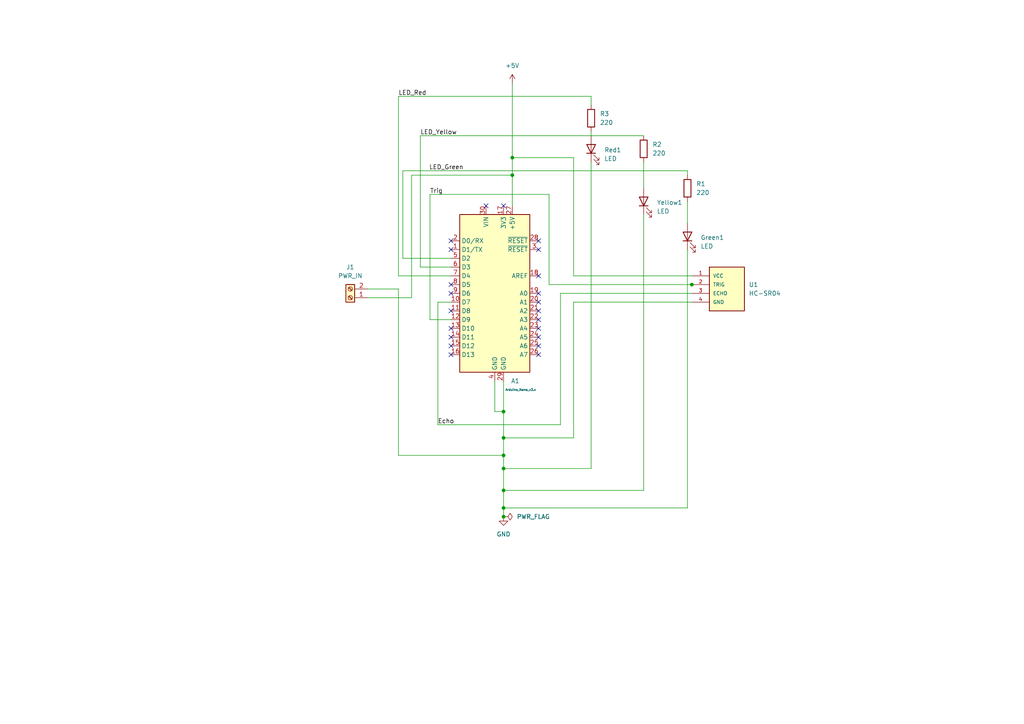
<source format=kicad_sch>
(kicad_sch
	(version 20250114)
	(generator "eeschema")
	(generator_version "9.0")
	(uuid "35329683-92a2-4917-9786-e7c4b1faf0a3")
	(paper "A4")
	(lib_symbols
		(symbol "Connector:Screw_Terminal_01x02"
			(pin_names
				(offset 1.016)
				(hide yes)
			)
			(exclude_from_sim no)
			(in_bom yes)
			(on_board yes)
			(property "Reference" "J1"
				(at 0 -8.89 0)
				(effects
					(font
						(size 1.27 1.27)
					)
				)
			)
			(property "Value" "PWR_IN"
				(at 0 -6.35 0)
				(effects
					(font
						(size 1.27 1.27)
					)
				)
			)
			(property "Footprint" ""
				(at 0 0 0)
				(effects
					(font
						(size 1.27 1.27)
					)
					(hide yes)
				)
			)
			(property "Datasheet" "~"
				(at 0 0 0)
				(effects
					(font
						(size 1.27 1.27)
					)
					(hide yes)
				)
			)
			(property "Description" "Generic screw terminal, single row, 01x02, script generated (kicad-library-utils/schlib/autogen/connector/)"
				(at 0 0 0)
				(effects
					(font
						(size 1.27 1.27)
					)
					(hide yes)
				)
			)
			(property "ki_keywords" "screw terminal"
				(at 0 0 0)
				(effects
					(font
						(size 1.27 1.27)
					)
					(hide yes)
				)
			)
			(property "ki_fp_filters" "TerminalBlock*:*"
				(at 0 0 0)
				(effects
					(font
						(size 1.27 1.27)
					)
					(hide yes)
				)
			)
			(symbol "Screw_Terminal_01x02_1_1"
				(rectangle
					(start -1.27 1.27)
					(end 1.27 -3.81)
					(stroke
						(width 0.254)
						(type default)
					)
					(fill
						(type background)
					)
				)
				(polyline
					(pts
						(xy -0.5334 0.3302) (xy 0.3302 -0.508)
					)
					(stroke
						(width 0.1524)
						(type default)
					)
					(fill
						(type none)
					)
				)
				(polyline
					(pts
						(xy -0.5334 -2.2098) (xy 0.3302 -3.048)
					)
					(stroke
						(width 0.1524)
						(type default)
					)
					(fill
						(type none)
					)
				)
				(polyline
					(pts
						(xy -0.3556 0.508) (xy 0.508 -0.3302)
					)
					(stroke
						(width 0.1524)
						(type default)
					)
					(fill
						(type none)
					)
				)
				(polyline
					(pts
						(xy -0.3556 -2.032) (xy 0.508 -2.8702)
					)
					(stroke
						(width 0.1524)
						(type default)
					)
					(fill
						(type none)
					)
				)
				(circle
					(center 0 0)
					(radius 0.635)
					(stroke
						(width 0.1524)
						(type default)
					)
					(fill
						(type none)
					)
				)
				(circle
					(center 0 -2.54)
					(radius 0.635)
					(stroke
						(width 0.1524)
						(type default)
					)
					(fill
						(type none)
					)
				)
				(pin power_in line
					(at -5.08 0 0)
					(length 3.81)
					(name "5V"
						(effects
							(font
								(size 1.27 1.27)
							)
						)
					)
					(number "1"
						(effects
							(font
								(size 1.27 1.27)
							)
						)
					)
				)
				(pin power_in line
					(at -5.08 -2.54 0)
					(length 3.81)
					(name "GND"
						(effects
							(font
								(size 1.27 1.27)
							)
						)
					)
					(number "2"
						(effects
							(font
								(size 1.27 1.27)
							)
						)
					)
				)
			)
			(embedded_fonts no)
		)
		(symbol "Device:LED"
			(pin_numbers
				(hide yes)
			)
			(pin_names
				(offset 1.016)
				(hide yes)
			)
			(exclude_from_sim no)
			(in_bom yes)
			(on_board yes)
			(property "Reference" "D"
				(at 0 2.54 0)
				(effects
					(font
						(size 1.27 1.27)
					)
				)
			)
			(property "Value" "LED"
				(at 0 -2.54 0)
				(effects
					(font
						(size 1.27 1.27)
					)
				)
			)
			(property "Footprint" ""
				(at 0 0 0)
				(effects
					(font
						(size 1.27 1.27)
					)
					(hide yes)
				)
			)
			(property "Datasheet" "~"
				(at 0 0 0)
				(effects
					(font
						(size 1.27 1.27)
					)
					(hide yes)
				)
			)
			(property "Description" "Light emitting diode"
				(at 0 0 0)
				(effects
					(font
						(size 1.27 1.27)
					)
					(hide yes)
				)
			)
			(property "Sim.Pins" "1=K 2=A"
				(at 0 0 0)
				(effects
					(font
						(size 1.27 1.27)
					)
					(hide yes)
				)
			)
			(property "ki_keywords" "LED diode"
				(at 0 0 0)
				(effects
					(font
						(size 1.27 1.27)
					)
					(hide yes)
				)
			)
			(property "ki_fp_filters" "LED* LED_SMD:* LED_THT:*"
				(at 0 0 0)
				(effects
					(font
						(size 1.27 1.27)
					)
					(hide yes)
				)
			)
			(symbol "LED_0_1"
				(polyline
					(pts
						(xy -3.048 -0.762) (xy -4.572 -2.286) (xy -3.81 -2.286) (xy -4.572 -2.286) (xy -4.572 -1.524)
					)
					(stroke
						(width 0)
						(type default)
					)
					(fill
						(type none)
					)
				)
				(polyline
					(pts
						(xy -1.778 -0.762) (xy -3.302 -2.286) (xy -2.54 -2.286) (xy -3.302 -2.286) (xy -3.302 -1.524)
					)
					(stroke
						(width 0)
						(type default)
					)
					(fill
						(type none)
					)
				)
				(polyline
					(pts
						(xy -1.27 0) (xy 1.27 0)
					)
					(stroke
						(width 0)
						(type default)
					)
					(fill
						(type none)
					)
				)
				(polyline
					(pts
						(xy -1.27 -1.27) (xy -1.27 1.27)
					)
					(stroke
						(width 0.254)
						(type default)
					)
					(fill
						(type none)
					)
				)
				(polyline
					(pts
						(xy 1.27 -1.27) (xy 1.27 1.27) (xy -1.27 0) (xy 1.27 -1.27)
					)
					(stroke
						(width 0.254)
						(type default)
					)
					(fill
						(type none)
					)
				)
			)
			(symbol "LED_1_1"
				(pin passive line
					(at -3.81 0 0)
					(length 2.54)
					(name "K"
						(effects
							(font
								(size 1.27 1.27)
							)
						)
					)
					(number "1"
						(effects
							(font
								(size 1.27 1.27)
							)
						)
					)
				)
				(pin passive line
					(at 3.81 0 180)
					(length 2.54)
					(name "A"
						(effects
							(font
								(size 1.27 1.27)
							)
						)
					)
					(number "2"
						(effects
							(font
								(size 1.27 1.27)
							)
						)
					)
				)
			)
			(embedded_fonts no)
		)
		(symbol "Device:R"
			(pin_numbers
				(hide yes)
			)
			(pin_names
				(offset 0)
			)
			(exclude_from_sim no)
			(in_bom yes)
			(on_board yes)
			(property "Reference" "R"
				(at 2.032 0 90)
				(effects
					(font
						(size 1.27 1.27)
					)
				)
			)
			(property "Value" "R"
				(at 0 0 90)
				(effects
					(font
						(size 1.27 1.27)
					)
				)
			)
			(property "Footprint" ""
				(at -1.778 0 90)
				(effects
					(font
						(size 1.27 1.27)
					)
					(hide yes)
				)
			)
			(property "Datasheet" "~"
				(at 0 0 0)
				(effects
					(font
						(size 1.27 1.27)
					)
					(hide yes)
				)
			)
			(property "Description" "Resistor"
				(at 0 0 0)
				(effects
					(font
						(size 1.27 1.27)
					)
					(hide yes)
				)
			)
			(property "ki_keywords" "R res resistor"
				(at 0 0 0)
				(effects
					(font
						(size 1.27 1.27)
					)
					(hide yes)
				)
			)
			(property "ki_fp_filters" "R_*"
				(at 0 0 0)
				(effects
					(font
						(size 1.27 1.27)
					)
					(hide yes)
				)
			)
			(symbol "R_0_1"
				(rectangle
					(start -1.016 -2.54)
					(end 1.016 2.54)
					(stroke
						(width 0.254)
						(type default)
					)
					(fill
						(type none)
					)
				)
			)
			(symbol "R_1_1"
				(pin passive line
					(at 0 3.81 270)
					(length 1.27)
					(name "~"
						(effects
							(font
								(size 1.27 1.27)
							)
						)
					)
					(number "1"
						(effects
							(font
								(size 1.27 1.27)
							)
						)
					)
				)
				(pin passive line
					(at 0 -3.81 90)
					(length 1.27)
					(name "~"
						(effects
							(font
								(size 1.27 1.27)
							)
						)
					)
					(number "2"
						(effects
							(font
								(size 1.27 1.27)
							)
						)
					)
				)
			)
			(embedded_fonts no)
		)
		(symbol "HC-SR04:HC-SR04"
			(pin_names
				(offset 1.016)
			)
			(exclude_from_sim no)
			(in_bom yes)
			(on_board yes)
			(property "Reference" "U"
				(at 0 5.0813 0)
				(effects
					(font
						(size 1.27 1.27)
					)
					(justify left bottom)
				)
			)
			(property "Value" "HC-SR04"
				(at 0 -10.163 0)
				(effects
					(font
						(size 1.27 1.27)
					)
					(justify left bottom)
				)
			)
			(property "Footprint" "HC-SR04:XCVR_HC-SR04"
				(at 0 0 0)
				(effects
					(font
						(size 1.27 1.27)
					)
					(justify bottom)
					(hide yes)
				)
			)
			(property "Datasheet" ""
				(at 0 0 0)
				(effects
					(font
						(size 1.27 1.27)
					)
					(hide yes)
				)
			)
			(property "Description" ""
				(at 0 0 0)
				(effects
					(font
						(size 1.27 1.27)
					)
					(hide yes)
				)
			)
			(property "MF" "SparkFun Electronics"
				(at 0 0 0)
				(effects
					(font
						(size 1.27 1.27)
					)
					(justify bottom)
					(hide yes)
				)
			)
			(property "Description_1" "HC-SR04 Ultrasonic Sensor Qwiic Platform Evaluation Expansion Board"
				(at 0 0 0)
				(effects
					(font
						(size 1.27 1.27)
					)
					(justify bottom)
					(hide yes)
				)
			)
			(property "Package" "None"
				(at 0 0 0)
				(effects
					(font
						(size 1.27 1.27)
					)
					(justify bottom)
					(hide yes)
				)
			)
			(property "Price" "None"
				(at 0 0 0)
				(effects
					(font
						(size 1.27 1.27)
					)
					(justify bottom)
					(hide yes)
				)
			)
			(property "Check_prices" "https://www.snapeda.com/parts/HC-SR04/SparkFun/view-part/?ref=eda"
				(at 0 0 0)
				(effects
					(font
						(size 1.27 1.27)
					)
					(justify bottom)
					(hide yes)
				)
			)
			(property "SnapEDA_Link" "https://www.snapeda.com/parts/HC-SR04/SparkFun/view-part/?ref=snap"
				(at 0 0 0)
				(effects
					(font
						(size 1.27 1.27)
					)
					(justify bottom)
					(hide yes)
				)
			)
			(property "MP" "HC-SR04"
				(at 0 0 0)
				(effects
					(font
						(size 1.27 1.27)
					)
					(justify bottom)
					(hide yes)
				)
			)
			(property "Availability" "Not in stock"
				(at 0 0 0)
				(effects
					(font
						(size 1.27 1.27)
					)
					(justify bottom)
					(hide yes)
				)
			)
			(property "MANUFACTURER" "Osepp"
				(at 0 0 0)
				(effects
					(font
						(size 1.27 1.27)
					)
					(justify bottom)
					(hide yes)
				)
			)
			(symbol "HC-SR04_0_0"
				(rectangle
					(start 0 -7.62)
					(end 10.16 5.08)
					(stroke
						(width 0.254)
						(type default)
					)
					(fill
						(type background)
					)
				)
				(pin power_in line
					(at -5.08 2.54 0)
					(length 5.08)
					(name "VCC"
						(effects
							(font
								(size 1.016 1.016)
							)
						)
					)
					(number "1"
						(effects
							(font
								(size 1.016 1.016)
							)
						)
					)
				)
				(pin bidirectional line
					(at -5.08 0 0)
					(length 5.08)
					(name "TRIG"
						(effects
							(font
								(size 1.016 1.016)
							)
						)
					)
					(number "2"
						(effects
							(font
								(size 1.016 1.016)
							)
						)
					)
				)
				(pin bidirectional line
					(at -5.08 -2.54 0)
					(length 5.08)
					(name "ECHO"
						(effects
							(font
								(size 1.016 1.016)
							)
						)
					)
					(number "3"
						(effects
							(font
								(size 1.016 1.016)
							)
						)
					)
				)
				(pin power_in line
					(at -5.08 -5.08 0)
					(length 5.08)
					(name "GND"
						(effects
							(font
								(size 1.016 1.016)
							)
						)
					)
					(number "4"
						(effects
							(font
								(size 1.016 1.016)
							)
						)
					)
				)
			)
			(embedded_fonts no)
		)
		(symbol "MCU_Module:Arduino_Nano_v2.x"
			(exclude_from_sim no)
			(in_bom yes)
			(on_board yes)
			(property "Reference" "A"
				(at -10.16 23.495 0)
				(effects
					(font
						(size 1.27 1.27)
					)
					(justify left bottom)
				)
			)
			(property "Value" "Arduino_Nano_v2.x"
				(at 5.08 -24.13 0)
				(effects
					(font
						(size 1.27 1.27)
					)
					(justify left top)
				)
			)
			(property "Footprint" "Module:Arduino_Nano"
				(at 0 0 0)
				(effects
					(font
						(size 1.27 1.27)
						(italic yes)
					)
					(hide yes)
				)
			)
			(property "Datasheet" "https://www.arduino.cc/en/uploads/Main/ArduinoNanoManual23.pdf"
				(at 0 0 0)
				(effects
					(font
						(size 1.27 1.27)
					)
					(hide yes)
				)
			)
			(property "Description" "Arduino Nano v2.x"
				(at 0 0 0)
				(effects
					(font
						(size 1.27 1.27)
					)
					(hide yes)
				)
			)
			(property "ki_keywords" "Arduino nano microcontroller module USB"
				(at 0 0 0)
				(effects
					(font
						(size 1.27 1.27)
					)
					(hide yes)
				)
			)
			(property "ki_fp_filters" "Arduino*Nano*"
				(at 0 0 0)
				(effects
					(font
						(size 1.27 1.27)
					)
					(hide yes)
				)
			)
			(symbol "Arduino_Nano_v2.x_0_1"
				(rectangle
					(start -10.16 22.86)
					(end 10.16 -22.86)
					(stroke
						(width 0.254)
						(type default)
					)
					(fill
						(type background)
					)
				)
			)
			(symbol "Arduino_Nano_v2.x_1_1"
				(pin bidirectional line
					(at -12.7 15.24 0)
					(length 2.54)
					(name "D0/RX"
						(effects
							(font
								(size 1.27 1.27)
							)
						)
					)
					(number "2"
						(effects
							(font
								(size 1.27 1.27)
							)
						)
					)
				)
				(pin bidirectional line
					(at -12.7 12.7 0)
					(length 2.54)
					(name "D1/TX"
						(effects
							(font
								(size 1.27 1.27)
							)
						)
					)
					(number "1"
						(effects
							(font
								(size 1.27 1.27)
							)
						)
					)
				)
				(pin bidirectional line
					(at -12.7 10.16 0)
					(length 2.54)
					(name "D2"
						(effects
							(font
								(size 1.27 1.27)
							)
						)
					)
					(number "5"
						(effects
							(font
								(size 1.27 1.27)
							)
						)
					)
				)
				(pin bidirectional line
					(at -12.7 7.62 0)
					(length 2.54)
					(name "D3"
						(effects
							(font
								(size 1.27 1.27)
							)
						)
					)
					(number "6"
						(effects
							(font
								(size 1.27 1.27)
							)
						)
					)
				)
				(pin bidirectional line
					(at -12.7 5.08 0)
					(length 2.54)
					(name "D4"
						(effects
							(font
								(size 1.27 1.27)
							)
						)
					)
					(number "7"
						(effects
							(font
								(size 1.27 1.27)
							)
						)
					)
				)
				(pin bidirectional line
					(at -12.7 2.54 0)
					(length 2.54)
					(name "D5"
						(effects
							(font
								(size 1.27 1.27)
							)
						)
					)
					(number "8"
						(effects
							(font
								(size 1.27 1.27)
							)
						)
					)
				)
				(pin bidirectional line
					(at -12.7 0 0)
					(length 2.54)
					(name "D6"
						(effects
							(font
								(size 1.27 1.27)
							)
						)
					)
					(number "9"
						(effects
							(font
								(size 1.27 1.27)
							)
						)
					)
				)
				(pin bidirectional line
					(at -12.7 -2.54 0)
					(length 2.54)
					(name "D7"
						(effects
							(font
								(size 1.27 1.27)
							)
						)
					)
					(number "10"
						(effects
							(font
								(size 1.27 1.27)
							)
						)
					)
				)
				(pin bidirectional line
					(at -12.7 -5.08 0)
					(length 2.54)
					(name "D8"
						(effects
							(font
								(size 1.27 1.27)
							)
						)
					)
					(number "11"
						(effects
							(font
								(size 1.27 1.27)
							)
						)
					)
				)
				(pin bidirectional line
					(at -12.7 -7.62 0)
					(length 2.54)
					(name "D9"
						(effects
							(font
								(size 1.27 1.27)
							)
						)
					)
					(number "12"
						(effects
							(font
								(size 1.27 1.27)
							)
						)
					)
				)
				(pin bidirectional line
					(at -12.7 -10.16 0)
					(length 2.54)
					(name "D10"
						(effects
							(font
								(size 1.27 1.27)
							)
						)
					)
					(number "13"
						(effects
							(font
								(size 1.27 1.27)
							)
						)
					)
				)
				(pin bidirectional line
					(at -12.7 -12.7 0)
					(length 2.54)
					(name "D11"
						(effects
							(font
								(size 1.27 1.27)
							)
						)
					)
					(number "14"
						(effects
							(font
								(size 1.27 1.27)
							)
						)
					)
				)
				(pin bidirectional line
					(at -12.7 -15.24 0)
					(length 2.54)
					(name "D12"
						(effects
							(font
								(size 1.27 1.27)
							)
						)
					)
					(number "15"
						(effects
							(font
								(size 1.27 1.27)
							)
						)
					)
				)
				(pin bidirectional line
					(at -12.7 -17.78 0)
					(length 2.54)
					(name "D13"
						(effects
							(font
								(size 1.27 1.27)
							)
						)
					)
					(number "16"
						(effects
							(font
								(size 1.27 1.27)
							)
						)
					)
				)
				(pin power_in line
					(at -2.54 25.4 270)
					(length 2.54)
					(name "VIN"
						(effects
							(font
								(size 1.27 1.27)
							)
						)
					)
					(number "30"
						(effects
							(font
								(size 1.27 1.27)
							)
						)
					)
				)
				(pin power_in line
					(at 0 -25.4 90)
					(length 2.54)
					(name "GND"
						(effects
							(font
								(size 1.27 1.27)
							)
						)
					)
					(number "4"
						(effects
							(font
								(size 1.27 1.27)
							)
						)
					)
				)
				(pin power_out line
					(at 2.54 25.4 270)
					(length 2.54)
					(name "3V3"
						(effects
							(font
								(size 1.27 1.27)
							)
						)
					)
					(number "17"
						(effects
							(font
								(size 1.27 1.27)
							)
						)
					)
				)
				(pin power_in line
					(at 2.54 -25.4 90)
					(length 2.54)
					(name "GND"
						(effects
							(font
								(size 1.27 1.27)
							)
						)
					)
					(number "29"
						(effects
							(font
								(size 1.27 1.27)
							)
						)
					)
				)
				(pin power_out line
					(at 5.08 25.4 270)
					(length 2.54)
					(name "+5V"
						(effects
							(font
								(size 1.27 1.27)
							)
						)
					)
					(number "27"
						(effects
							(font
								(size 1.27 1.27)
							)
						)
					)
				)
				(pin input line
					(at 12.7 15.24 180)
					(length 2.54)
					(name "~{RESET}"
						(effects
							(font
								(size 1.27 1.27)
							)
						)
					)
					(number "28"
						(effects
							(font
								(size 1.27 1.27)
							)
						)
					)
				)
				(pin input line
					(at 12.7 12.7 180)
					(length 2.54)
					(name "~{RESET}"
						(effects
							(font
								(size 1.27 1.27)
							)
						)
					)
					(number "3"
						(effects
							(font
								(size 1.27 1.27)
							)
						)
					)
				)
				(pin input line
					(at 12.7 5.08 180)
					(length 2.54)
					(name "AREF"
						(effects
							(font
								(size 1.27 1.27)
							)
						)
					)
					(number "18"
						(effects
							(font
								(size 1.27 1.27)
							)
						)
					)
				)
				(pin bidirectional line
					(at 12.7 0 180)
					(length 2.54)
					(name "A0"
						(effects
							(font
								(size 1.27 1.27)
							)
						)
					)
					(number "19"
						(effects
							(font
								(size 1.27 1.27)
							)
						)
					)
				)
				(pin bidirectional line
					(at 12.7 -2.54 180)
					(length 2.54)
					(name "A1"
						(effects
							(font
								(size 1.27 1.27)
							)
						)
					)
					(number "20"
						(effects
							(font
								(size 1.27 1.27)
							)
						)
					)
				)
				(pin bidirectional line
					(at 12.7 -5.08 180)
					(length 2.54)
					(name "A2"
						(effects
							(font
								(size 1.27 1.27)
							)
						)
					)
					(number "21"
						(effects
							(font
								(size 1.27 1.27)
							)
						)
					)
				)
				(pin bidirectional line
					(at 12.7 -7.62 180)
					(length 2.54)
					(name "A3"
						(effects
							(font
								(size 1.27 1.27)
							)
						)
					)
					(number "22"
						(effects
							(font
								(size 1.27 1.27)
							)
						)
					)
				)
				(pin bidirectional line
					(at 12.7 -10.16 180)
					(length 2.54)
					(name "A4"
						(effects
							(font
								(size 1.27 1.27)
							)
						)
					)
					(number "23"
						(effects
							(font
								(size 1.27 1.27)
							)
						)
					)
				)
				(pin bidirectional line
					(at 12.7 -12.7 180)
					(length 2.54)
					(name "A5"
						(effects
							(font
								(size 1.27 1.27)
							)
						)
					)
					(number "24"
						(effects
							(font
								(size 1.27 1.27)
							)
						)
					)
				)
				(pin bidirectional line
					(at 12.7 -15.24 180)
					(length 2.54)
					(name "A6"
						(effects
							(font
								(size 1.27 1.27)
							)
						)
					)
					(number "25"
						(effects
							(font
								(size 1.27 1.27)
							)
						)
					)
				)
				(pin bidirectional line
					(at 12.7 -17.78 180)
					(length 2.54)
					(name "A7"
						(effects
							(font
								(size 1.27 1.27)
							)
						)
					)
					(number "26"
						(effects
							(font
								(size 1.27 1.27)
							)
						)
					)
				)
			)
			(embedded_fonts no)
		)
		(symbol "power:+5V"
			(power)
			(pin_numbers
				(hide yes)
			)
			(pin_names
				(offset 0)
				(hide yes)
			)
			(exclude_from_sim no)
			(in_bom yes)
			(on_board yes)
			(property "Reference" "#PWR"
				(at 0 -3.81 0)
				(effects
					(font
						(size 1.27 1.27)
					)
					(hide yes)
				)
			)
			(property "Value" "+5V"
				(at 0 3.556 0)
				(effects
					(font
						(size 1.27 1.27)
					)
				)
			)
			(property "Footprint" ""
				(at 0 0 0)
				(effects
					(font
						(size 1.27 1.27)
					)
					(hide yes)
				)
			)
			(property "Datasheet" ""
				(at 0 0 0)
				(effects
					(font
						(size 1.27 1.27)
					)
					(hide yes)
				)
			)
			(property "Description" "Power symbol creates a global label with name \"+5V\""
				(at 0 0 0)
				(effects
					(font
						(size 1.27 1.27)
					)
					(hide yes)
				)
			)
			(property "ki_keywords" "global power"
				(at 0 0 0)
				(effects
					(font
						(size 1.27 1.27)
					)
					(hide yes)
				)
			)
			(symbol "+5V_0_1"
				(polyline
					(pts
						(xy -0.762 1.27) (xy 0 2.54)
					)
					(stroke
						(width 0)
						(type default)
					)
					(fill
						(type none)
					)
				)
				(polyline
					(pts
						(xy 0 2.54) (xy 0.762 1.27)
					)
					(stroke
						(width 0)
						(type default)
					)
					(fill
						(type none)
					)
				)
				(polyline
					(pts
						(xy 0 0) (xy 0 2.54)
					)
					(stroke
						(width 0)
						(type default)
					)
					(fill
						(type none)
					)
				)
			)
			(symbol "+5V_1_1"
				(pin power_in line
					(at 0 0 90)
					(length 0)
					(name "~"
						(effects
							(font
								(size 1.27 1.27)
							)
						)
					)
					(number "1"
						(effects
							(font
								(size 1.27 1.27)
							)
						)
					)
				)
			)
			(embedded_fonts no)
		)
		(symbol "power:GND"
			(power)
			(pin_numbers
				(hide yes)
			)
			(pin_names
				(offset 0)
				(hide yes)
			)
			(exclude_from_sim no)
			(in_bom yes)
			(on_board yes)
			(property "Reference" "#PWR"
				(at 0 -6.35 0)
				(effects
					(font
						(size 1.27 1.27)
					)
					(hide yes)
				)
			)
			(property "Value" "GND"
				(at 0 -3.81 0)
				(effects
					(font
						(size 1.27 1.27)
					)
				)
			)
			(property "Footprint" ""
				(at 0 0 0)
				(effects
					(font
						(size 1.27 1.27)
					)
					(hide yes)
				)
			)
			(property "Datasheet" ""
				(at 0 0 0)
				(effects
					(font
						(size 1.27 1.27)
					)
					(hide yes)
				)
			)
			(property "Description" "Power symbol creates a global label with name \"GND\" , ground"
				(at 0 0 0)
				(effects
					(font
						(size 1.27 1.27)
					)
					(hide yes)
				)
			)
			(property "ki_keywords" "global power"
				(at 0 0 0)
				(effects
					(font
						(size 1.27 1.27)
					)
					(hide yes)
				)
			)
			(symbol "GND_0_1"
				(polyline
					(pts
						(xy 0 0) (xy 0 -1.27) (xy 1.27 -1.27) (xy 0 -2.54) (xy -1.27 -1.27) (xy 0 -1.27)
					)
					(stroke
						(width 0)
						(type default)
					)
					(fill
						(type none)
					)
				)
			)
			(symbol "GND_1_1"
				(pin power_in line
					(at 0 0 270)
					(length 0)
					(name "~"
						(effects
							(font
								(size 1.27 1.27)
							)
						)
					)
					(number "1"
						(effects
							(font
								(size 1.27 1.27)
							)
						)
					)
				)
			)
			(embedded_fonts no)
		)
		(symbol "power:PWR_FLAG"
			(power)
			(pin_numbers
				(hide yes)
			)
			(pin_names
				(offset 0)
				(hide yes)
			)
			(exclude_from_sim no)
			(in_bom yes)
			(on_board yes)
			(property "Reference" "#FLG"
				(at 0 1.905 0)
				(effects
					(font
						(size 1.27 1.27)
					)
					(hide yes)
				)
			)
			(property "Value" "PWR_FLAG"
				(at 0 3.81 0)
				(effects
					(font
						(size 1.27 1.27)
					)
				)
			)
			(property "Footprint" ""
				(at 0 0 0)
				(effects
					(font
						(size 1.27 1.27)
					)
					(hide yes)
				)
			)
			(property "Datasheet" "~"
				(at 0 0 0)
				(effects
					(font
						(size 1.27 1.27)
					)
					(hide yes)
				)
			)
			(property "Description" "Special symbol for telling ERC where power comes from"
				(at 0 0 0)
				(effects
					(font
						(size 1.27 1.27)
					)
					(hide yes)
				)
			)
			(property "ki_keywords" "flag power"
				(at 0 0 0)
				(effects
					(font
						(size 1.27 1.27)
					)
					(hide yes)
				)
			)
			(symbol "PWR_FLAG_0_0"
				(pin power_out line
					(at 0 0 90)
					(length 0)
					(name "~"
						(effects
							(font
								(size 1.27 1.27)
							)
						)
					)
					(number "1"
						(effects
							(font
								(size 1.27 1.27)
							)
						)
					)
				)
			)
			(symbol "PWR_FLAG_0_1"
				(polyline
					(pts
						(xy 0 0) (xy 0 1.27) (xy -1.016 1.905) (xy 0 2.54) (xy 1.016 1.905) (xy 0 1.27)
					)
					(stroke
						(width 0)
						(type default)
					)
					(fill
						(type none)
					)
				)
			)
			(embedded_fonts no)
		)
	)
	(junction
		(at 146.05 127)
		(diameter 0)
		(color 0 0 0 0)
		(uuid "209e4ed9-548a-4e91-964b-ee347f953241")
	)
	(junction
		(at 148.59 50.8)
		(diameter 0)
		(color 0 0 0 0)
		(uuid "26150148-e74c-4148-ab03-c56dfe551cb3")
	)
	(junction
		(at 200.66 82.55)
		(diameter 0)
		(color 0 0 0 0)
		(uuid "393d2094-e255-4ec2-9ece-8111f692862b")
	)
	(junction
		(at 146.05 132.08)
		(diameter 0)
		(color 0 0 0 0)
		(uuid "4ca373db-6dea-4e15-9657-146a58e1b9ca")
	)
	(junction
		(at 148.59 45.72)
		(diameter 0)
		(color 0 0 0 0)
		(uuid "69ce8286-9bc8-4d0e-8476-09f6f37dfc79")
	)
	(junction
		(at 146.05 135.89)
		(diameter 0)
		(color 0 0 0 0)
		(uuid "a5be406d-20e8-4655-8b6e-2ae48b364fdf")
	)
	(junction
		(at 146.05 147.32)
		(diameter 0)
		(color 0 0 0 0)
		(uuid "a96be959-5b6a-4524-89fc-46afce01d695")
	)
	(junction
		(at 146.05 142.24)
		(diameter 0)
		(color 0 0 0 0)
		(uuid "aa082f6b-b9b3-4a24-af7e-ad55c49d5bfe")
	)
	(junction
		(at 146.05 119.38)
		(diameter 0)
		(color 0 0 0 0)
		(uuid "c84b6633-2162-4851-95dd-5602bfcc13cc")
	)
	(junction
		(at 146.05 149.86)
		(diameter 0)
		(color 0 0 0 0)
		(uuid "d0e418b6-a92a-48cf-8b22-293d31db54b0")
	)
	(no_connect
		(at 156.21 97.79)
		(uuid "043466f3-1dce-4d74-9fd4-40065db89bfd")
	)
	(no_connect
		(at 140.97 59.69)
		(uuid "0ac27028-ffd8-4c76-9088-c3b86cf19098")
	)
	(no_connect
		(at 156.21 92.71)
		(uuid "1b51628f-2e6b-4337-b802-fa98de87feb0")
	)
	(no_connect
		(at 156.21 100.33)
		(uuid "246be3df-176c-4e08-9dbf-64a541e350b4")
	)
	(no_connect
		(at 130.81 95.25)
		(uuid "3aba430d-c9ee-4f31-a1bb-e0cdcee4ac93")
	)
	(no_connect
		(at 146.05 59.69)
		(uuid "3ba3b880-fe0e-4bb5-b5dc-df77a26dcc79")
	)
	(no_connect
		(at 156.21 90.17)
		(uuid "4d984a65-06d9-4d55-908d-f49106f5f1a5")
	)
	(no_connect
		(at 156.21 72.39)
		(uuid "5ef80edb-37c5-4fa0-ad9f-268b1e8a4eb0")
	)
	(no_connect
		(at 130.81 82.55)
		(uuid "607fc637-e303-4bcf-991f-742862e8d5d7")
	)
	(no_connect
		(at 156.21 102.87)
		(uuid "7df5adf4-7121-4751-9946-c4ace44eaed3")
	)
	(no_connect
		(at 130.81 72.39)
		(uuid "7e81bba9-4e1a-4dbd-b33f-a060a436bbff")
	)
	(no_connect
		(at 156.21 95.25)
		(uuid "83efe7b2-4708-48e9-8676-b4ab853ecd7c")
	)
	(no_connect
		(at 130.81 85.09)
		(uuid "85712c3c-2b61-415b-8433-1251b8d791e3")
	)
	(no_connect
		(at 130.81 97.79)
		(uuid "873c3690-88d8-4fdd-a1d9-cff076d40973")
	)
	(no_connect
		(at 130.81 90.17)
		(uuid "9469eeb4-b9ec-4f22-9301-3271d6bcd0b3")
	)
	(no_connect
		(at 130.81 69.85)
		(uuid "9b0d9b47-f934-401a-a83b-987047f98df1")
	)
	(no_connect
		(at 156.21 85.09)
		(uuid "be9ee7cc-6cfa-4d16-85d0-bf07d748a2b0")
	)
	(no_connect
		(at 156.21 80.01)
		(uuid "c03ca7af-1f9d-4591-8754-f5b1325d08b3")
	)
	(no_connect
		(at 156.21 87.63)
		(uuid "cb4b0bfc-c7e3-4d27-aa51-aa729f42c3c6")
	)
	(no_connect
		(at 156.21 69.85)
		(uuid "da3d50a5-96d1-482b-b645-f89ea99bd8f9")
	)
	(no_connect
		(at 130.81 102.87)
		(uuid "e025c88f-1be2-431f-830a-847b82482a36")
	)
	(no_connect
		(at 130.81 100.33)
		(uuid "f0bf24b8-da8a-41d1-a7cc-a80ea984717c")
	)
	(wire
		(pts
			(xy 159.258 82.55) (xy 159.258 56.388)
		)
		(stroke
			(width 0)
			(type default)
		)
		(uuid "00d8d3d6-db75-4b90-a9a8-ed2352d16e69")
	)
	(wire
		(pts
			(xy 171.45 46.99) (xy 171.45 135.89)
		)
		(stroke
			(width 0)
			(type default)
		)
		(uuid "01233433-1960-42a9-8a26-570f26d0562f")
	)
	(wire
		(pts
			(xy 166.37 87.63) (xy 200.66 87.63)
		)
		(stroke
			(width 0)
			(type default)
		)
		(uuid "05f470ab-d25f-49d8-b597-63b6f7689ea9")
	)
	(wire
		(pts
			(xy 115.57 27.94) (xy 115.57 80.01)
		)
		(stroke
			(width 0)
			(type default)
		)
		(uuid "0b5432cd-e0af-4a90-a706-e226615e3494")
	)
	(wire
		(pts
			(xy 116.84 49.53) (xy 199.39 49.53)
		)
		(stroke
			(width 0)
			(type default)
		)
		(uuid "0cab411e-9623-4aec-a6c4-4fff9648c0de")
	)
	(wire
		(pts
			(xy 106.68 83.82) (xy 115.57 83.82)
		)
		(stroke
			(width 0)
			(type default)
		)
		(uuid "106fb0fb-ec64-4f6d-a327-e06f9080528f")
	)
	(wire
		(pts
			(xy 148.59 50.8) (xy 148.59 59.69)
		)
		(stroke
			(width 0)
			(type default)
		)
		(uuid "10c27b5f-6ef4-4b57-bc59-4def5c1efa7a")
	)
	(wire
		(pts
			(xy 146.05 132.08) (xy 146.05 135.89)
		)
		(stroke
			(width 0)
			(type default)
		)
		(uuid "1442b187-436c-419d-a49b-90fb3b77fd0b")
	)
	(wire
		(pts
			(xy 162.56 123.19) (xy 127 123.19)
		)
		(stroke
			(width 0)
			(type default)
		)
		(uuid "14bd17c1-13d6-45f5-9c25-6eedfd669972")
	)
	(wire
		(pts
			(xy 186.69 46.99) (xy 186.69 54.61)
		)
		(stroke
			(width 0)
			(type default)
		)
		(uuid "180eb512-d521-4e51-aadf-c957d817ff14")
	)
	(wire
		(pts
			(xy 115.57 80.01) (xy 130.81 80.01)
		)
		(stroke
			(width 0)
			(type default)
		)
		(uuid "1824de44-59bf-4200-9469-8563932c3691")
	)
	(wire
		(pts
			(xy 148.59 24.13) (xy 148.59 45.72)
		)
		(stroke
			(width 0)
			(type default)
		)
		(uuid "1ada81d8-4023-4c13-b4a1-363e566b31ab")
	)
	(wire
		(pts
			(xy 121.92 39.37) (xy 121.92 77.47)
		)
		(stroke
			(width 0)
			(type default)
		)
		(uuid "1cfc57fd-0a42-424a-bb90-1542787e2fb1")
	)
	(wire
		(pts
			(xy 119.38 86.36) (xy 119.38 50.8)
		)
		(stroke
			(width 0)
			(type default)
		)
		(uuid "1db13c10-1ef2-4baf-8b33-69180383dd08")
	)
	(wire
		(pts
			(xy 199.39 147.32) (xy 146.05 147.32)
		)
		(stroke
			(width 0)
			(type default)
		)
		(uuid "1e202fd6-467f-45a8-98a7-245b0c035db3")
	)
	(wire
		(pts
			(xy 116.84 74.93) (xy 130.81 74.93)
		)
		(stroke
			(width 0)
			(type default)
		)
		(uuid "27fd4ad9-ff74-4198-96c6-5ed3a26e6503")
	)
	(wire
		(pts
			(xy 127 87.63) (xy 130.81 87.63)
		)
		(stroke
			(width 0)
			(type default)
		)
		(uuid "2ec4a324-36cd-4a80-ae58-eb9f9a245cd1")
	)
	(wire
		(pts
			(xy 115.57 83.82) (xy 115.57 132.08)
		)
		(stroke
			(width 0)
			(type default)
		)
		(uuid "30b7e961-e2d1-419f-be8b-2dd879fd22b7")
	)
	(wire
		(pts
			(xy 146.05 142.24) (xy 146.05 147.32)
		)
		(stroke
			(width 0)
			(type default)
		)
		(uuid "326826eb-8f11-42ab-885c-ce5b2ce5516f")
	)
	(wire
		(pts
			(xy 186.69 62.23) (xy 186.69 142.24)
		)
		(stroke
			(width 0)
			(type default)
		)
		(uuid "34351a26-fb6d-487d-b044-ef20690a8f46")
	)
	(wire
		(pts
			(xy 146.05 119.38) (xy 146.05 127)
		)
		(stroke
			(width 0)
			(type default)
		)
		(uuid "36b8dc7f-3003-41b7-b604-12a331aa9122")
	)
	(wire
		(pts
			(xy 200.66 82.55) (xy 159.258 82.55)
		)
		(stroke
			(width 0)
			(type default)
		)
		(uuid "370c6cbc-2e53-47e8-b0fb-234014939bf1")
	)
	(wire
		(pts
			(xy 124.714 92.71) (xy 130.81 92.71)
		)
		(stroke
			(width 0)
			(type default)
		)
		(uuid "37e9a23c-0a58-4ed3-836d-3a08b4ebaf86")
	)
	(wire
		(pts
			(xy 159.258 56.388) (xy 124.714 56.388)
		)
		(stroke
			(width 0)
			(type default)
		)
		(uuid "384425c3-56ce-4a67-bfae-5307efc32a26")
	)
	(wire
		(pts
			(xy 146.05 147.32) (xy 146.05 149.86)
		)
		(stroke
			(width 0)
			(type default)
		)
		(uuid "456f15d1-b5b5-4714-bfca-167822b21311")
	)
	(wire
		(pts
			(xy 171.45 38.1) (xy 171.45 39.37)
		)
		(stroke
			(width 0)
			(type default)
		)
		(uuid "470ab7bb-2b63-4455-858f-e5cdd95f74d7")
	)
	(wire
		(pts
			(xy 106.68 86.36) (xy 119.38 86.36)
		)
		(stroke
			(width 0)
			(type default)
		)
		(uuid "487c8f78-e93d-42e8-8baf-fb3ed1616fa2")
	)
	(wire
		(pts
			(xy 124.714 56.388) (xy 124.714 92.71)
		)
		(stroke
			(width 0)
			(type default)
		)
		(uuid "504aba73-a38a-4d60-94c0-70a342f989bc")
	)
	(wire
		(pts
			(xy 162.56 85.09) (xy 162.56 123.19)
		)
		(stroke
			(width 0)
			(type default)
		)
		(uuid "53ee2290-fec2-4a92-a725-4b9e3df7ac12")
	)
	(wire
		(pts
			(xy 119.38 50.8) (xy 148.59 50.8)
		)
		(stroke
			(width 0)
			(type default)
		)
		(uuid "5805287f-05d6-4a22-9310-b5afa0ad7861")
	)
	(wire
		(pts
			(xy 146.05 127) (xy 146.05 132.08)
		)
		(stroke
			(width 0)
			(type default)
		)
		(uuid "634a451a-090d-4fca-81f0-64a544996598")
	)
	(wire
		(pts
			(xy 146.05 127) (xy 166.37 127)
		)
		(stroke
			(width 0)
			(type default)
		)
		(uuid "695068cb-59b1-4b63-a5be-13a49881d26f")
	)
	(wire
		(pts
			(xy 121.92 39.37) (xy 186.69 39.37)
		)
		(stroke
			(width 0)
			(type default)
		)
		(uuid "6db0e9c2-b515-45f4-a593-be4b90767dea")
	)
	(wire
		(pts
			(xy 143.51 119.38) (xy 146.05 119.38)
		)
		(stroke
			(width 0)
			(type default)
		)
		(uuid "744fae91-0b18-437b-899e-915f9029d5c2")
	)
	(wire
		(pts
			(xy 171.45 135.89) (xy 146.05 135.89)
		)
		(stroke
			(width 0)
			(type default)
		)
		(uuid "773156f0-e34c-422d-8420-f13c58a6e56c")
	)
	(wire
		(pts
			(xy 199.39 50.8) (xy 199.39 49.53)
		)
		(stroke
			(width 0)
			(type default)
		)
		(uuid "7c2ce2ee-1b59-4acf-bfcd-7d2acef27657")
	)
	(wire
		(pts
			(xy 200.914 82.55) (xy 200.66 82.55)
		)
		(stroke
			(width 0)
			(type default)
		)
		(uuid "8dfb13a7-25b5-4f5c-a08f-55d71baca1b7")
	)
	(wire
		(pts
			(xy 146.05 135.89) (xy 146.05 142.24)
		)
		(stroke
			(width 0)
			(type default)
		)
		(uuid "90f9a0ee-d953-483a-976a-59042ed2b100")
	)
	(wire
		(pts
			(xy 199.39 72.39) (xy 199.39 147.32)
		)
		(stroke
			(width 0)
			(type default)
		)
		(uuid "92c4954e-343d-43de-97d6-d34a21579f04")
	)
	(wire
		(pts
			(xy 199.39 58.42) (xy 199.39 64.77)
		)
		(stroke
			(width 0)
			(type default)
		)
		(uuid "950ff56c-cee8-4bce-b3b2-3b291dac159a")
	)
	(wire
		(pts
			(xy 121.92 77.47) (xy 130.81 77.47)
		)
		(stroke
			(width 0)
			(type default)
		)
		(uuid "97cc8971-aae1-4f2e-a5f6-ece8cadcc6f3")
	)
	(wire
		(pts
			(xy 171.45 27.94) (xy 115.57 27.94)
		)
		(stroke
			(width 0)
			(type default)
		)
		(uuid "9bfb00d5-0e08-4a0d-98d8-120cc1840540")
	)
	(wire
		(pts
			(xy 166.37 45.72) (xy 148.59 45.72)
		)
		(stroke
			(width 0)
			(type default)
		)
		(uuid "9d4271de-dc14-4eb3-ab53-d6a898dbe44f")
	)
	(wire
		(pts
			(xy 162.56 85.09) (xy 200.66 85.09)
		)
		(stroke
			(width 0)
			(type default)
		)
		(uuid "a6038d22-0036-4567-a223-8709302f29f0")
	)
	(wire
		(pts
			(xy 127 87.63) (xy 127 123.19)
		)
		(stroke
			(width 0)
			(type default)
		)
		(uuid "b31c18d9-e8a6-488b-b6a3-d94e0c075feb")
	)
	(wire
		(pts
			(xy 166.37 80.01) (xy 166.37 45.72)
		)
		(stroke
			(width 0)
			(type default)
		)
		(uuid "b6ea7b81-a889-4361-928e-44fbe7c6f3da")
	)
	(wire
		(pts
			(xy 148.59 45.72) (xy 148.59 50.8)
		)
		(stroke
			(width 0)
			(type default)
		)
		(uuid "c23d72b0-531a-4b99-8d52-1c856fb736a0")
	)
	(wire
		(pts
			(xy 143.51 110.49) (xy 143.51 119.38)
		)
		(stroke
			(width 0)
			(type default)
		)
		(uuid "c8b08a71-7186-4627-a56b-ee82904ff382")
	)
	(wire
		(pts
			(xy 146.05 110.49) (xy 146.05 119.38)
		)
		(stroke
			(width 0)
			(type default)
		)
		(uuid "cd859865-fc27-4d08-aa70-8f56f4185d0e")
	)
	(wire
		(pts
			(xy 115.57 132.08) (xy 146.05 132.08)
		)
		(stroke
			(width 0)
			(type default)
		)
		(uuid "d150d69a-294e-4ef8-b4f3-578ad0309ff1")
	)
	(wire
		(pts
			(xy 166.37 80.01) (xy 200.66 80.01)
		)
		(stroke
			(width 0)
			(type default)
		)
		(uuid "d1b634b5-5e8e-46e6-beab-bbcaf4aebda0")
	)
	(wire
		(pts
			(xy 186.69 142.24) (xy 146.05 142.24)
		)
		(stroke
			(width 0)
			(type default)
		)
		(uuid "d50a24b8-c76a-4f19-9e2f-18ca21edc151")
	)
	(wire
		(pts
			(xy 166.37 87.63) (xy 166.37 127)
		)
		(stroke
			(width 0)
			(type default)
		)
		(uuid "e3524bd6-0c27-443c-8d52-ac68faa1728e")
	)
	(wire
		(pts
			(xy 171.45 27.94) (xy 171.45 30.48)
		)
		(stroke
			(width 0)
			(type default)
		)
		(uuid "eda47087-8419-4f90-b255-fbacedcbd6cf")
	)
	(wire
		(pts
			(xy 116.84 49.53) (xy 116.84 74.93)
		)
		(stroke
			(width 0)
			(type default)
		)
		(uuid "f73f265b-78fb-4895-91f7-60a381f28f8d")
	)
	(label "LED_Yellow"
		(at 121.92 39.37 0)
		(effects
			(font
				(size 1.27 1.27)
			)
			(justify left bottom)
		)
		(uuid "2e58aea8-4d1e-40fe-8a73-91a2359049ef")
	)
	(label "LED_Green"
		(at 124.46 49.53 0)
		(effects
			(font
				(size 1.27 1.27)
			)
			(justify left bottom)
		)
		(uuid "359b0802-2045-4264-b1f0-ea00b283b12e")
	)
	(label "Trig"
		(at 124.714 56.388 0)
		(effects
			(font
				(size 1.27 1.27)
			)
			(justify left bottom)
		)
		(uuid "8f686ab6-67dc-462a-bb4f-c8be641d830e")
	)
	(label "Echo"
		(at 127 123.19 0)
		(effects
			(font
				(size 1.27 1.27)
			)
			(justify left bottom)
		)
		(uuid "ae5bd5b2-62b7-4cf9-aa5a-9b86b12bbd28")
	)
	(label "LED_Red"
		(at 115.57 27.94 0)
		(effects
			(font
				(size 1.27 1.27)
			)
			(justify left bottom)
		)
		(uuid "f3ed6979-d6f5-4d0d-8ec8-170ea1af6aaf")
	)
	(symbol
		(lib_id "Device:LED")
		(at 186.69 58.42 90)
		(unit 1)
		(exclude_from_sim no)
		(in_bom yes)
		(on_board yes)
		(dnp no)
		(fields_autoplaced yes)
		(uuid "1ff3d11b-d364-4608-9967-05081d93ccc6")
		(property "Reference" "Yellow1"
			(at 190.5 58.7374 90)
			(effects
				(font
					(size 1.27 1.27)
				)
				(justify right)
			)
		)
		(property "Value" "LED"
			(at 190.5 61.2774 90)
			(effects
				(font
					(size 1.27 1.27)
				)
				(justify right)
			)
		)
		(property "Footprint" "LED_THT:LED_D5.0mm"
			(at 186.69 58.42 0)
			(effects
				(font
					(size 1.27 1.27)
				)
				(hide yes)
			)
		)
		(property "Datasheet" "~"
			(at 186.69 58.42 0)
			(effects
				(font
					(size 1.27 1.27)
				)
				(hide yes)
			)
		)
		(property "Description" "Light emitting diode"
			(at 186.69 58.42 0)
			(effects
				(font
					(size 1.27 1.27)
				)
				(hide yes)
			)
		)
		(property "Sim.Pins" "1=K 2=A"
			(at 186.69 58.42 0)
			(effects
				(font
					(size 1.27 1.27)
				)
				(hide yes)
			)
		)
		(pin "2"
			(uuid "6a8baffc-7055-45bc-b419-6470fde63ba3")
		)
		(pin "1"
			(uuid "79d3c14c-a409-4804-8ac2-27d6bf89277f")
		)
		(instances
			(project "Obstacle Detection System"
				(path "/35329683-92a2-4917-9786-e7c4b1faf0a3"
					(reference "Yellow1")
					(unit 1)
				)
			)
		)
	)
	(symbol
		(lib_id "Device:R")
		(at 171.45 34.29 0)
		(unit 1)
		(exclude_from_sim no)
		(in_bom yes)
		(on_board yes)
		(dnp no)
		(fields_autoplaced yes)
		(uuid "221bd6da-f128-495f-b948-6e188c686bab")
		(property "Reference" "R3"
			(at 173.99 33.0199 0)
			(effects
				(font
					(size 1.27 1.27)
				)
				(justify left)
			)
		)
		(property "Value" "220"
			(at 173.99 35.5599 0)
			(effects
				(font
					(size 1.27 1.27)
				)
				(justify left)
			)
		)
		(property "Footprint" "Resistor_THT:R_Axial_DIN0207_L6.3mm_D2.5mm_P7.62mm_Horizontal"
			(at 169.672 34.29 90)
			(effects
				(font
					(size 1.27 1.27)
				)
				(hide yes)
			)
		)
		(property "Datasheet" "~"
			(at 171.45 34.29 0)
			(effects
				(font
					(size 1.27 1.27)
				)
				(hide yes)
			)
		)
		(property "Description" "Resistor"
			(at 171.45 34.29 0)
			(effects
				(font
					(size 1.27 1.27)
				)
				(hide yes)
			)
		)
		(pin "2"
			(uuid "10d17818-88fd-413a-9e81-c60c3600897d")
		)
		(pin "1"
			(uuid "8987c5c5-b77e-4ff8-9553-192ff6b51b5b")
		)
		(instances
			(project ""
				(path "/35329683-92a2-4917-9786-e7c4b1faf0a3"
					(reference "R3")
					(unit 1)
				)
			)
		)
	)
	(symbol
		(lib_id "MCU_Module:Arduino_Nano_v2.x")
		(at 143.51 85.09 0)
		(unit 1)
		(exclude_from_sim no)
		(in_bom yes)
		(on_board yes)
		(dnp no)
		(uuid "4038ba97-86e3-48a8-8d61-603e620b21fe")
		(property "Reference" "A1"
			(at 148.1933 110.49 0)
			(effects
				(font
					(size 1.27 1.27)
				)
				(justify left)
			)
		)
		(property "Value" "Arduino_Nano_v2.x"
			(at 146.558 113.03 0)
			(effects
				(font
					(size 0.635 0.635)
				)
				(justify left)
			)
		)
		(property "Footprint" "Module:Arduino_Nano"
			(at 143.51 85.09 0)
			(effects
				(font
					(size 1.27 1.27)
					(italic yes)
				)
				(hide yes)
			)
		)
		(property "Datasheet" "https://www.arduino.cc/en/uploads/Main/ArduinoNanoManual23.pdf"
			(at 143.51 85.09 0)
			(effects
				(font
					(size 1.27 1.27)
				)
				(hide yes)
			)
		)
		(property "Description" "Arduino Nano v2.x"
			(at 143.51 85.09 0)
			(effects
				(font
					(size 1.27 1.27)
				)
				(hide yes)
			)
		)
		(pin "15"
			(uuid "ff7e4afa-8b47-4054-8716-3597a0ecaf24")
		)
		(pin "27"
			(uuid "86dd7f16-e196-4eb9-9bc8-c499e0f73ee2")
		)
		(pin "11"
			(uuid "47c9a5b1-4cef-4180-98e4-618da3a09756")
		)
		(pin "22"
			(uuid "b8711ec2-09ee-4207-b41d-07cb4fb09b6c")
		)
		(pin "10"
			(uuid "3701b5e0-c5e4-41c2-a5f7-0888d9d87d93")
		)
		(pin "21"
			(uuid "58404657-7c24-458a-b086-198569dc96f8")
		)
		(pin "20"
			(uuid "1bc41ff9-cd3d-42bb-a749-325cde64662f")
		)
		(pin "16"
			(uuid "2b765fd6-56c1-4083-a666-9df641c86496")
		)
		(pin "28"
			(uuid "d65b6e78-9dc7-44b4-b668-0d4529be1c9d")
		)
		(pin "14"
			(uuid "8c383bb7-6a93-4760-a7af-7bad1c06b61a")
		)
		(pin "6"
			(uuid "74a3873a-42c8-4bf9-b0ad-de13949a3e23")
		)
		(pin "18"
			(uuid "740b204a-307d-4cbc-9bc5-91e8e8806164")
		)
		(pin "23"
			(uuid "1c210e99-b429-453e-93e3-53e8ca25257b")
		)
		(pin "13"
			(uuid "5be16426-dc4f-4f86-8867-700e0473847d")
		)
		(pin "9"
			(uuid "29a758e8-d3c0-4f8a-a2a1-13b87a2dd0d4")
		)
		(pin "8"
			(uuid "97e521e0-705c-45ec-860e-31d497aebfa7")
		)
		(pin "4"
			(uuid "2078ff34-7124-423b-be82-8dd0f1b7241a")
		)
		(pin "29"
			(uuid "583ee872-c555-410f-825a-f187d2c0e139")
		)
		(pin "3"
			(uuid "7198a44a-1a38-415e-8a0a-de4859083f71")
		)
		(pin "7"
			(uuid "9acb8966-b35e-4881-b73d-61bd04b49570")
		)
		(pin "1"
			(uuid "435f3293-1214-4c03-ba85-840210cd1603")
		)
		(pin "30"
			(uuid "14dfb763-c08c-488b-b2fc-24804134e0a0")
		)
		(pin "2"
			(uuid "ff016fb2-f7ad-418b-8199-8bc277a18c02")
		)
		(pin "12"
			(uuid "47e49a18-dd94-4a05-8f67-f32c618ba064")
		)
		(pin "5"
			(uuid "b9a9c1d1-9daa-4908-85db-321650ebc2f1")
		)
		(pin "17"
			(uuid "345b4b12-b7b7-475d-897d-e565939cb184")
		)
		(pin "19"
			(uuid "d661ee23-8d93-4ef7-a69a-63e3c7ff8cc4")
		)
		(pin "25"
			(uuid "091ca262-e5b3-4fd7-84ee-b3aa3f829f21")
		)
		(pin "24"
			(uuid "298e702f-9285-43e8-9921-9cafc5424dec")
		)
		(pin "26"
			(uuid "2d26d56e-fca3-4b5a-975b-6bd4982dc7f7")
		)
		(instances
			(project ""
				(path "/35329683-92a2-4917-9786-e7c4b1faf0a3"
					(reference "A1")
					(unit 1)
				)
			)
		)
	)
	(symbol
		(lib_id "Device:LED")
		(at 199.39 68.58 90)
		(unit 1)
		(exclude_from_sim no)
		(in_bom yes)
		(on_board yes)
		(dnp no)
		(fields_autoplaced yes)
		(uuid "9b34cfeb-2b0d-4e23-8127-cc1d8a53f133")
		(property "Reference" "Green1"
			(at 203.2 68.8974 90)
			(effects
				(font
					(size 1.27 1.27)
				)
				(justify right)
			)
		)
		(property "Value" "LED"
			(at 203.2 71.4374 90)
			(effects
				(font
					(size 1.27 1.27)
				)
				(justify right)
			)
		)
		(property "Footprint" "LED_THT:LED_D5.0mm"
			(at 199.39 68.58 0)
			(effects
				(font
					(size 1.27 1.27)
				)
				(hide yes)
			)
		)
		(property "Datasheet" "~"
			(at 199.39 68.58 0)
			(effects
				(font
					(size 1.27 1.27)
				)
				(hide yes)
			)
		)
		(property "Description" "Light emitting diode"
			(at 199.39 68.58 0)
			(effects
				(font
					(size 1.27 1.27)
				)
				(hide yes)
			)
		)
		(property "Sim.Pins" "1=K 2=A"
			(at 199.39 68.58 0)
			(effects
				(font
					(size 1.27 1.27)
				)
				(hide yes)
			)
		)
		(pin "2"
			(uuid "7b171116-553d-409c-bb08-aa2507000e4a")
		)
		(pin "1"
			(uuid "b61d1c2e-dc4c-4eec-aca0-f7800a938177")
		)
		(instances
			(project ""
				(path "/35329683-92a2-4917-9786-e7c4b1faf0a3"
					(reference "Green1")
					(unit 1)
				)
			)
		)
	)
	(symbol
		(lib_id "power:+5V")
		(at 148.59 24.13 0)
		(unit 1)
		(exclude_from_sim no)
		(in_bom yes)
		(on_board yes)
		(dnp no)
		(fields_autoplaced yes)
		(uuid "9f3f165e-fd94-4fb5-aae2-09b48853e095")
		(property "Reference" "#PWR01"
			(at 148.59 27.94 0)
			(effects
				(font
					(size 1.27 1.27)
				)
				(hide yes)
			)
		)
		(property "Value" "+5V"
			(at 148.59 19.05 0)
			(effects
				(font
					(size 1.27 1.27)
				)
			)
		)
		(property "Footprint" ""
			(at 148.59 24.13 0)
			(effects
				(font
					(size 1.27 1.27)
				)
				(hide yes)
			)
		)
		(property "Datasheet" ""
			(at 148.59 24.13 0)
			(effects
				(font
					(size 1.27 1.27)
				)
				(hide yes)
			)
		)
		(property "Description" "Power symbol creates a global label with name \"+5V\""
			(at 148.59 24.13 0)
			(effects
				(font
					(size 1.27 1.27)
				)
				(hide yes)
			)
		)
		(pin "1"
			(uuid "1e7d0b71-3d42-4fee-8b2f-42dffe0f3551")
		)
		(instances
			(project ""
				(path "/35329683-92a2-4917-9786-e7c4b1faf0a3"
					(reference "#PWR01")
					(unit 1)
				)
			)
		)
	)
	(symbol
		(lib_id "Device:LED")
		(at 171.45 43.18 90)
		(unit 1)
		(exclude_from_sim no)
		(in_bom yes)
		(on_board yes)
		(dnp no)
		(fields_autoplaced yes)
		(uuid "b51f8371-6d5d-46bb-847a-bd24247281a3")
		(property "Reference" "Red1"
			(at 175.26 43.4974 90)
			(effects
				(font
					(size 1.27 1.27)
				)
				(justify right)
			)
		)
		(property "Value" "LED"
			(at 175.26 46.0374 90)
			(effects
				(font
					(size 1.27 1.27)
				)
				(justify right)
			)
		)
		(property "Footprint" "LED_THT:LED_D5.0mm"
			(at 171.45 43.18 0)
			(effects
				(font
					(size 1.27 1.27)
				)
				(hide yes)
			)
		)
		(property "Datasheet" "~"
			(at 171.45 43.18 0)
			(effects
				(font
					(size 1.27 1.27)
				)
				(hide yes)
			)
		)
		(property "Description" "Light emitting diode"
			(at 171.45 43.18 0)
			(effects
				(font
					(size 1.27 1.27)
				)
				(hide yes)
			)
		)
		(property "Sim.Pins" "1=K 2=A"
			(at 171.45 43.18 0)
			(effects
				(font
					(size 1.27 1.27)
				)
				(hide yes)
			)
		)
		(pin "2"
			(uuid "fa9ac651-f947-445b-9c6e-a9d5db8647eb")
		)
		(pin "1"
			(uuid "ba215add-0b51-44b9-8e58-c37e9df571c1")
		)
		(instances
			(project "Obstacle Detection System"
				(path "/35329683-92a2-4917-9786-e7c4b1faf0a3"
					(reference "Red1")
					(unit 1)
				)
			)
		)
	)
	(symbol
		(lib_id "HC-SR04:HC-SR04")
		(at 205.74 82.55 0)
		(unit 1)
		(exclude_from_sim no)
		(in_bom yes)
		(on_board yes)
		(dnp no)
		(fields_autoplaced yes)
		(uuid "c2eb90db-9690-4794-a512-e8b02096e4bf")
		(property "Reference" "U1"
			(at 217.17 82.5499 0)
			(effects
				(font
					(size 1.27 1.27)
				)
				(justify left)
			)
		)
		(property "Value" "HC-SR04"
			(at 217.17 85.0899 0)
			(effects
				(font
					(size 1.27 1.27)
				)
				(justify left)
			)
		)
		(property "Footprint" "HC-SR04:XCVR_HC-SR04"
			(at 205.74 82.55 0)
			(effects
				(font
					(size 1.27 1.27)
				)
				(justify bottom)
				(hide yes)
			)
		)
		(property "Datasheet" ""
			(at 205.74 82.55 0)
			(effects
				(font
					(size 1.27 1.27)
				)
				(hide yes)
			)
		)
		(property "Description" ""
			(at 205.74 82.55 0)
			(effects
				(font
					(size 1.27 1.27)
				)
				(hide yes)
			)
		)
		(property "MF" "SparkFun Electronics"
			(at 205.74 82.55 0)
			(effects
				(font
					(size 1.27 1.27)
				)
				(justify bottom)
				(hide yes)
			)
		)
		(property "Description_1" "HC-SR04 Ultrasonic Sensor Qwiic Platform Evaluation Expansion Board"
			(at 205.74 82.55 0)
			(effects
				(font
					(size 1.27 1.27)
				)
				(justify bottom)
				(hide yes)
			)
		)
		(property "Package" "None"
			(at 205.74 82.55 0)
			(effects
				(font
					(size 1.27 1.27)
				)
				(justify bottom)
				(hide yes)
			)
		)
		(property "Price" "None"
			(at 205.74 82.55 0)
			(effects
				(font
					(size 1.27 1.27)
				)
				(justify bottom)
				(hide yes)
			)
		)
		(property "Check_prices" "https://www.snapeda.com/parts/HC-SR04/SparkFun/view-part/?ref=eda"
			(at 205.74 82.55 0)
			(effects
				(font
					(size 1.27 1.27)
				)
				(justify bottom)
				(hide yes)
			)
		)
		(property "SnapEDA_Link" "https://www.snapeda.com/parts/HC-SR04/SparkFun/view-part/?ref=snap"
			(at 205.74 82.55 0)
			(effects
				(font
					(size 1.27 1.27)
				)
				(justify bottom)
				(hide yes)
			)
		)
		(property "MP" "HC-SR04"
			(at 205.74 82.55 0)
			(effects
				(font
					(size 1.27 1.27)
				)
				(justify bottom)
				(hide yes)
			)
		)
		(property "Availability" "Not in stock"
			(at 205.74 82.55 0)
			(effects
				(font
					(size 1.27 1.27)
				)
				(justify bottom)
				(hide yes)
			)
		)
		(property "MANUFACTURER" "Osepp"
			(at 205.74 82.55 0)
			(effects
				(font
					(size 1.27 1.27)
				)
				(justify bottom)
				(hide yes)
			)
		)
		(pin "2"
			(uuid "2e6e4b06-628c-4f74-8726-e80c2ec8c65b")
		)
		(pin "1"
			(uuid "a41b6ef1-49e1-42cb-840c-fbfaae8ca422")
		)
		(pin "3"
			(uuid "e857460c-5aa8-45f9-8880-f37d2c6faf9f")
		)
		(pin "4"
			(uuid "1f27927c-531c-4bbe-9a6d-d7711f9652d3")
		)
		(instances
			(project ""
				(path "/35329683-92a2-4917-9786-e7c4b1faf0a3"
					(reference "U1")
					(unit 1)
				)
			)
		)
	)
	(symbol
		(lib_id "power:PWR_FLAG")
		(at 146.05 149.86 270)
		(unit 1)
		(exclude_from_sim no)
		(in_bom yes)
		(on_board yes)
		(dnp no)
		(fields_autoplaced yes)
		(uuid "c4f3351e-ecc5-4e81-b81e-fe50f4b29d62")
		(property "Reference" "#FLG02"
			(at 147.955 149.86 0)
			(effects
				(font
					(size 1.27 1.27)
				)
				(hide yes)
			)
		)
		(property "Value" "PWR_FLAG"
			(at 149.86 149.8599 90)
			(effects
				(font
					(size 1.27 1.27)
				)
				(justify left)
			)
		)
		(property "Footprint" ""
			(at 146.05 149.86 0)
			(effects
				(font
					(size 1.27 1.27)
				)
				(hide yes)
			)
		)
		(property "Datasheet" "~"
			(at 146.05 149.86 0)
			(effects
				(font
					(size 1.27 1.27)
				)
				(hide yes)
			)
		)
		(property "Description" "Special symbol for telling ERC where power comes from"
			(at 146.05 149.86 0)
			(effects
				(font
					(size 1.27 1.27)
				)
				(hide yes)
			)
		)
		(pin "1"
			(uuid "62cc158b-b047-4db8-908f-c513879bbb9c")
		)
		(instances
			(project ""
				(path "/35329683-92a2-4917-9786-e7c4b1faf0a3"
					(reference "#FLG02")
					(unit 1)
				)
			)
		)
	)
	(symbol
		(lib_id "power:GND")
		(at 146.05 149.86 0)
		(unit 1)
		(exclude_from_sim no)
		(in_bom yes)
		(on_board yes)
		(dnp no)
		(fields_autoplaced yes)
		(uuid "ce486a85-ae98-4fdd-bd41-471319265b28")
		(property "Reference" "#PWR02"
			(at 146.05 156.21 0)
			(effects
				(font
					(size 1.27 1.27)
				)
				(hide yes)
			)
		)
		(property "Value" "GND"
			(at 146.05 154.94 0)
			(effects
				(font
					(size 1.27 1.27)
				)
			)
		)
		(property "Footprint" ""
			(at 146.05 149.86 0)
			(effects
				(font
					(size 1.27 1.27)
				)
				(hide yes)
			)
		)
		(property "Datasheet" ""
			(at 146.05 149.86 0)
			(effects
				(font
					(size 1.27 1.27)
				)
				(hide yes)
			)
		)
		(property "Description" "Power symbol creates a global label with name \"GND\" , ground"
			(at 146.05 149.86 0)
			(effects
				(font
					(size 1.27 1.27)
				)
				(hide yes)
			)
		)
		(pin "1"
			(uuid "3f0a3531-57fa-4550-9fc3-33eea067a739")
		)
		(instances
			(project ""
				(path "/35329683-92a2-4917-9786-e7c4b1faf0a3"
					(reference "#PWR02")
					(unit 1)
				)
			)
		)
	)
	(symbol
		(lib_id "Device:R")
		(at 199.39 54.61 0)
		(unit 1)
		(exclude_from_sim no)
		(in_bom yes)
		(on_board yes)
		(dnp no)
		(fields_autoplaced yes)
		(uuid "d014848d-9b00-4eef-8b52-06c4d4b91029")
		(property "Reference" "R1"
			(at 201.93 53.3399 0)
			(effects
				(font
					(size 1.27 1.27)
				)
				(justify left)
			)
		)
		(property "Value" "220"
			(at 201.93 55.8799 0)
			(effects
				(font
					(size 1.27 1.27)
				)
				(justify left)
			)
		)
		(property "Footprint" "Resistor_THT:R_Axial_DIN0207_L6.3mm_D2.5mm_P7.62mm_Horizontal"
			(at 197.612 54.61 90)
			(effects
				(font
					(size 1.27 1.27)
				)
				(hide yes)
			)
		)
		(property "Datasheet" "~"
			(at 199.39 54.61 0)
			(effects
				(font
					(size 1.27 1.27)
				)
				(hide yes)
			)
		)
		(property "Description" "Resistor"
			(at 199.39 54.61 0)
			(effects
				(font
					(size 1.27 1.27)
				)
				(hide yes)
			)
		)
		(pin "2"
			(uuid "c834a730-d8ef-417d-9efb-7c2e9879b0fb")
		)
		(pin "1"
			(uuid "ce6be02c-7f99-43c4-a188-47d8bdafaf48")
		)
		(instances
			(project "Obstacle Detection System"
				(path "/35329683-92a2-4917-9786-e7c4b1faf0a3"
					(reference "R1")
					(unit 1)
				)
			)
		)
	)
	(symbol
		(lib_id "Device:R")
		(at 186.69 43.18 0)
		(unit 1)
		(exclude_from_sim no)
		(in_bom yes)
		(on_board yes)
		(dnp no)
		(fields_autoplaced yes)
		(uuid "f21e51e2-aef6-4700-9a78-09cefdd41f06")
		(property "Reference" "R2"
			(at 189.23 41.9099 0)
			(effects
				(font
					(size 1.27 1.27)
				)
				(justify left)
			)
		)
		(property "Value" "220"
			(at 189.23 44.4499 0)
			(effects
				(font
					(size 1.27 1.27)
				)
				(justify left)
			)
		)
		(property "Footprint" "Resistor_THT:R_Axial_DIN0207_L6.3mm_D2.5mm_P7.62mm_Horizontal"
			(at 184.912 43.18 90)
			(effects
				(font
					(size 1.27 1.27)
				)
				(hide yes)
			)
		)
		(property "Datasheet" "~"
			(at 186.69 43.18 0)
			(effects
				(font
					(size 1.27 1.27)
				)
				(hide yes)
			)
		)
		(property "Description" "Resistor"
			(at 186.69 43.18 0)
			(effects
				(font
					(size 1.27 1.27)
				)
				(hide yes)
			)
		)
		(pin "2"
			(uuid "421328e8-2d01-4df0-9843-3b270431c6d7")
		)
		(pin "1"
			(uuid "df1f0da9-c977-4130-8850-5c762654734b")
		)
		(instances
			(project "Obstacle Detection System"
				(path "/35329683-92a2-4917-9786-e7c4b1faf0a3"
					(reference "R2")
					(unit 1)
				)
			)
		)
	)
	(symbol
		(lib_id "Connector:Screw_Terminal_01x02")
		(at 101.6 86.36 180)
		(unit 1)
		(exclude_from_sim no)
		(in_bom yes)
		(on_board yes)
		(dnp no)
		(fields_autoplaced yes)
		(uuid "fd5fe8e4-ff2b-49fb-a1b3-0b8f764fedc9")
		(property "Reference" "J1"
			(at 101.6 77.47 0)
			(effects
				(font
					(size 1.27 1.27)
				)
			)
		)
		(property "Value" "PWR_IN"
			(at 101.6 80.01 0)
			(effects
				(font
					(size 1.27 1.27)
				)
			)
		)
		(property "Footprint" "Connector_PinHeader_2.54mm:PinHeader_1x02_P2.54mm_Vertical"
			(at 101.6 86.36 0)
			(effects
				(font
					(size 1.27 1.27)
				)
				(hide yes)
			)
		)
		(property "Datasheet" "~"
			(at 101.6 86.36 0)
			(effects
				(font
					(size 1.27 1.27)
				)
				(hide yes)
			)
		)
		(property "Description" "Generic screw terminal, single row, 01x02, script generated (kicad-library-utils/schlib/autogen/connector/)"
			(at 101.6 86.36 0)
			(effects
				(font
					(size 1.27 1.27)
				)
				(hide yes)
			)
		)
		(pin "2"
			(uuid "1055daa1-e877-4053-8dbe-cae6c99184c3")
		)
		(pin "1"
			(uuid "79e6509c-047d-4c36-a350-365718cb476b")
		)
		(instances
			(project ""
				(path "/35329683-92a2-4917-9786-e7c4b1faf0a3"
					(reference "J1")
					(unit 1)
				)
			)
		)
	)
	(sheet_instances
		(path "/"
			(page "1")
		)
	)
	(embedded_fonts no)
)

</source>
